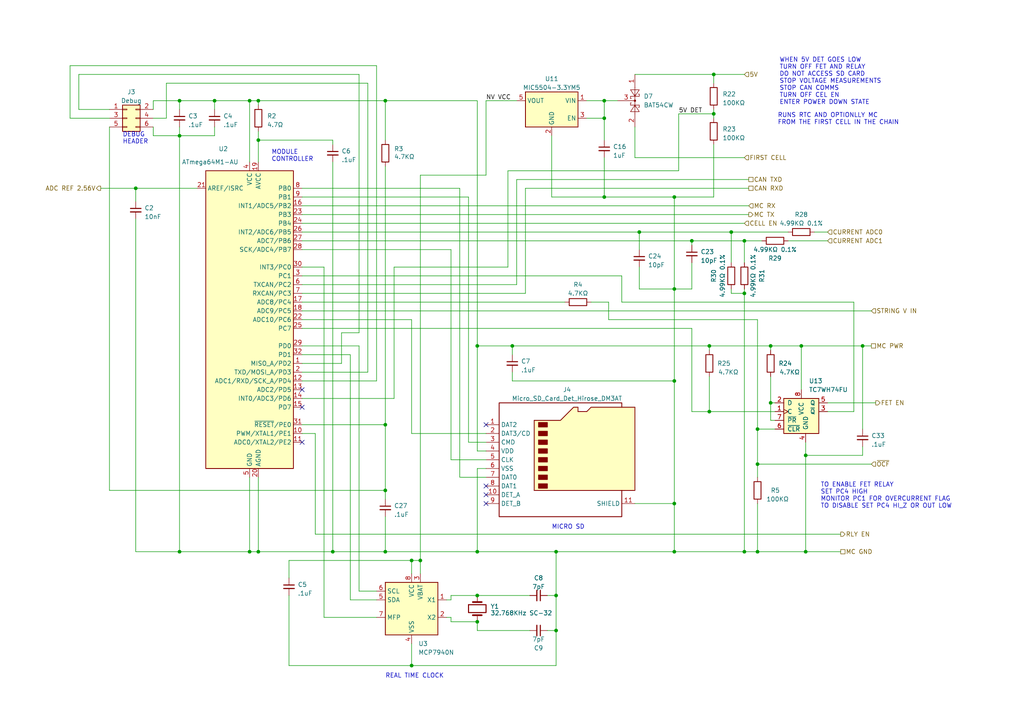
<source format=kicad_sch>
(kicad_sch (version 20250114) (generator "eeschema") (generator_version "9.0")
  (paper "A4")
  (title_block (title "9040315 Module Controller") (date "2024-04-15") (rev "E") (company "Modular Battery Technologies Inc."))
  (lib_symbols
    (symbol "Connector_Generic:Conn_02x03_Odd_Even" (pin_names (offset 1.016) (hide yes))
      (property "Reference" "J" (at 1.27 5.08 0))
      (property "Value" "Conn_02x03_Odd_Even" (at 1.27 -5.08 0))
      (symbol "Conn_02x03_Odd_Even_1_1"
        (rectangle (start -1.27 3.81) (end 3.81 -3.81) (stroke (width 0.254)) (fill (type background)))
        (rectangle (start -1.27 2.667) (end 0 2.413) (stroke (width 0.1524)))
        (rectangle (start -1.27 0.127) (end 0 -0.127) (stroke (width 0.1524)))
        (rectangle (start -1.27 -2.413) (end 0 -2.667) (stroke (width 0.1524)))
        (rectangle (start 3.81 2.667) (end 2.54 2.413) (stroke (width 0.1524)))
        (rectangle (start 3.81 0.127) (end 2.54 -0.127) (stroke (width 0.1524)))
        (rectangle (start 3.81 -2.413) (end 2.54 -2.667) (stroke (width 0.1524)))
        (pin passive line (at -5.08 2.54 0) (length 3.81) (name "Pin_1") (number "1"))
        (pin passive line (at -5.08 0 0) (length 3.81) (name "Pin_3") (number "3"))
        (pin passive line (at -5.08 -2.54 0) (length 3.81) (name "Pin_5") (number "5"))
        (pin passive line (at 7.62 2.54 180) (length 3.81) (name "Pin_2") (number "2"))
        (pin passive line (at 7.62 0 180) (length 3.81) (name "Pin_4") (number "4"))
        (pin passive line (at 7.62 -2.54 180) (length 3.81) (name "Pin_6") (number "6"))
      )
    )
    (symbol "Modbatt_Extracted:BAT54CW" (pin_names (offset 1.016))
      (property "Reference" "D" (at 0.635 -3.81 0))
      (property "Value" "BAT54CW" (at -6.35 3.175 0))
      (symbol "BAT54CW_0_1"
        (polyline (pts (xy -3.175 -1.27) (xy -3.175 1.27) (xy -1.27 0) (xy -3.175 -1.27)))
        (polyline (pts (xy -1.905 1.27) (xy -1.905 1.016)))
        (polyline (pts (xy -1.905 0) (xy 1.905 0)))
        (polyline (pts (xy -1.27 1.27) (xy -1.905 1.27)))
        (polyline (pts (xy -1.27 1.27) (xy -1.27 -1.27)))
        (polyline (pts (xy -1.27 0) (xy -3.81 0)))
        (polyline (pts (xy -1.27 -1.27) (xy -0.635 -1.27)))
        (polyline (pts (xy -0.635 -1.27) (xy -0.635 -1.016)))
        (circle (center 0 0) (radius 0.254) (fill (type outline)))
        (polyline (pts (xy 0.635 -1.27) (xy 0.635 -1.016)))
        (polyline (pts (xy 1.27 1.27) (xy 1.27 -1.27)))
        (polyline (pts (xy 1.27 1.27) (xy 1.905 1.27)))
        (polyline (pts (xy 1.27 -1.27) (xy 0.635 -1.27)))
        (polyline (pts (xy 1.905 1.27) (xy 1.905 1.016)))
        (polyline (pts (xy 3.175 -1.27) (xy 3.175 1.27) (xy 1.27 0) (xy 3.175 -1.27)))
        (polyline (pts (xy 3.81 0) (xy 1.27 0)))
      )
      (symbol "BAT54CW_1_1"
        (pin passive line (at -7.62 0 0) (length 3.81) (name "~") (number "1"))
        (pin passive line (at 0 -5.08 90) (length 5.08) (name "~") (number "3"))
        (pin passive line (at 7.62 0 180) (length 3.81) (name "~") (number "2"))
      )
    )
    (symbol "Modbatt_Extracted:C_Small" (pin_numbers (hide yes)) (pin_names (offset 0.254) (hide yes))
      (property "Reference" "C" (at 0.254 1.778 0))
      (property "Value" "C_Small" (at 0.254 -2.032 0))
      (symbol "C_Small_0_1"
        (polyline (pts (xy -1.524 0.508) (xy 1.524 0.508)) (stroke (width 0.3048)))
        (polyline (pts (xy -1.524 -0.508) (xy 1.524 -0.508)) (stroke (width 0.3302)))
      )
      (symbol "C_Small_1_1"
        (pin passive line (at 0 2.54 270) (length 2.032) (name "~") (number "1"))
        (pin passive line (at 0 -2.54 90) (length 2.032) (name "~") (number "2"))
      )
    )
    (symbol "Modbatt_Extracted:Crystal" (pin_numbers (hide yes)) (pin_names (offset 1.016) (hide yes))
      (property "Reference" "Y" (at 0 3.81 0))
      (property "Value" "Crystal" (at 0 -3.81 0))
      (symbol "Crystal_0_1"
        (polyline (pts (xy -2.54 0) (xy -1.905 0)))
        (polyline (pts (xy -1.905 -1.27) (xy -1.905 1.27)) (stroke (width 0.508)))
        (rectangle (start -1.143 2.54) (end 1.143 -2.54) (stroke (width 0.3048)))
        (polyline (pts (xy 1.905 -1.27) (xy 1.905 1.27)) (stroke (width 0.508)))
        (polyline (pts (xy 2.54 0) (xy 1.905 0)))
      )
      (symbol "Crystal_1_1"
        (pin passive line (at -3.81 0 0) (length 1.27) (name "1") (number "1"))
        (pin passive line (at 3.81 0 180) (length 1.27) (name "2") (number "2"))
      )
    )
    (symbol "Modbatt_Extracted:MIC5504-3.3YM5"
      (property "Reference" "U" (at -7.62 8.89 0))
      (property "Value" "MIC5504-3.3YM5" (at -7.62 6.35 0))
      (symbol "MIC5504-3.3YM5_0_1"
        (rectangle (start -7.62 -5.08) (end 7.62 5.08) (stroke (width 0.254)) (fill (type background)))
      )
      (symbol "MIC5504-3.3YM5_1_1"
        (pin power_in line (at -10.16 2.54 0) (length 2.54) (name "VIN") (number "1"))
        (pin input line (at -10.16 -2.54 0) (length 2.54) (name "EN") (number "3"))
        (pin power_in line (at 0 -7.62 90) (length 2.54) (name "GND") (number "2"))
        (pin no_connect line (at 7.62 -2.54 180) (length 2.54) (hide yes) (name "NC") (number "4"))
        (pin power_out line (at 10.16 2.54 180) (length 2.54) (name "VOUT") (number "5"))
      )
    )
    (symbol "Modbatt_Extracted:Micro_SD_Card_Det_Hirose_DM3AT"
      (property "Reference" "J" (at -16.51 17.78 0))
      (property "Value" "Micro_SD_Card_Det_Hirose_DM3AT" (at 16.51 17.78 0))
      (symbol "Micro_SD_Card_Det_Hirose_DM3AT_0_1"
        (polyline (pts (xy -8.89 -8.89) (xy -8.89 11.43) (xy -1.27 11.43) (xy 2.54 15.24) (xy 3.81 15.24) (xy 3.81 13.97) (xy 6.35 13.97) (xy 7.62 15.24) (xy 20.32 15.24) (xy 20.32 -8.89) (xy -8.89 -8.89)) (stroke (width 0.254)) (fill (type background)))
        (rectangle (start -7.62 10.795) (end -5.08 9.525) (stroke (width 0.254)) (fill (type outline)))
        (rectangle (start -7.62 8.255) (end -5.08 6.985) (stroke (width 0.254)) (fill (type outline)))
        (rectangle (start -7.62 5.715) (end -5.08 4.445) (stroke (width 0.254)) (fill (type outline)))
        (rectangle (start -7.62 3.175) (end -5.08 1.905) (stroke (width 0.254)) (fill (type outline)))
        (rectangle (start -7.62 0.635) (end -5.08 -0.635) (stroke (width 0.254)) (fill (type outline)))
        (rectangle (start -7.62 -1.905) (end -5.08 -3.175) (stroke (width 0.254)) (fill (type outline)))
        (rectangle (start -7.62 -4.445) (end -5.08 -5.715) (stroke (width 0.254)) (fill (type outline)))
        (rectangle (start -7.62 -6.985) (end -5.08 -8.255) (stroke (width 0.254)) (fill (type outline)))
        (polyline (pts (xy 16.51 15.24) (xy 16.51 16.51) (xy -19.05 16.51) (xy -19.05 -16.51) (xy 16.51 -16.51) (xy 16.51 -8.89)) (stroke (width 0.254)))
      )
      (symbol "Micro_SD_Card_Det_Hirose_DM3AT_1_1"
        (pin bidirectional line (at -22.86 10.16 0) (length 3.81) (name "DAT2") (number "1"))
        (pin bidirectional line (at -22.86 7.62 0) (length 3.81) (name "DAT3/CD") (number "2"))
        (pin input line (at -22.86 5.08 0) (length 3.81) (name "CMD") (number "3"))
        (pin power_in line (at -22.86 2.54 0) (length 3.81) (name "VDD") (number "4"))
        (pin input line (at -22.86 0 0) (length 3.81) (name "CLK") (number "5"))
        (pin power_in line (at -22.86 -2.54 0) (length 3.81) (name "VSS") (number "6"))
        (pin bidirectional line (at -22.86 -5.08 0) (length 3.81) (name "DAT0") (number "7"))
        (pin bidirectional line (at -22.86 -7.62 0) (length 3.81) (name "DAT1") (number "8"))
        (pin passive line (at -22.86 -10.16 0) (length 3.81) (name "DET_A") (number "10"))
        (pin passive line (at -22.86 -12.7 0) (length 3.81) (name "DET_B") (number "9"))
        (pin passive line (at 20.32 -12.7 180) (length 3.81) (name "SHIELD") (number "11"))
      )
    )
    (symbol "Modbatt_Extracted:R" (pin_numbers (hide yes)) (pin_names (offset 0))
      (property "Reference" "R" (at 2.032 0 90))
      (property "Value" "R" (at 0 0 90))
      (symbol "R_0_1"
        (rectangle (start -1.016 -2.54) (end 1.016 2.54) (stroke (width 0.254)))
      )
      (symbol "R_1_1"
        (pin passive line (at 0 3.81 270) (length 1.27) (name "~") (number "1"))
        (pin passive line (at 0 -3.81 90) (length 1.27) (name "~") (number "2"))
      )
    )
    (symbol "Modbatt_Library:ATmega64M1-A"
      (property "Reference" "U2" (at -7.62 49.53 0))
      (property "Value" "ATmega64M1-AU" (at -11.43 45.72 0))
      (symbol "ATmega64M1-A_0_1"
        (rectangle (start -12.7 43.18) (end 12.7 -43.18) (stroke (width 0.254)) (fill (type background)))
      )
      (symbol "ATmega64M1-A_1_1"
        (pin passive line (at -15.24 38.1 0) (length 2.54) (name "AREF/ISRC") (number "21"))
        (pin power_in line (at 0 45.72 270) (length 2.54) (name "VCC") (number "4"))
        (pin power_in line (at 0 -45.72 90) (length 2.54) (name "GND") (number "5"))
        (pin power_in line (at 2.54 45.72 270) (length 2.54) (name "AVCC") (number "19"))
        (pin power_in line (at 2.54 -45.72 90) (length 2.54) (name "AGND") (number "20"))
        (pin bidirectional line (at 15.24 38.1 180) (length 2.54) (name "PB0") (number "8"))
        (pin bidirectional line (at 15.24 35.56 180) (length 2.54) (name "PB1") (number "9"))
        (pin bidirectional line (at 15.24 33.02 180) (length 2.54) (name "INT1/ADC5/PB2") (number "16"))
        (pin bidirectional line (at 15.24 30.48 180) (length 2.54) (name "PB3") (number "23"))
        (pin bidirectional line (at 15.24 27.94 180) (length 2.54) (name "PB4") (number "24"))
        (pin bidirectional line (at 15.24 25.4 180) (length 2.54) (name "INT2/ADC6/PB5") (number "26"))
        (pin bidirectional line (at 15.24 22.86 180) (length 2.54) (name "ADC7/PB6") (number "27"))
        (pin bidirectional line (at 15.24 20.32 180) (length 2.54) (name "SCK/ADC4/PB7") (number "28"))
        (pin bidirectional line (at 15.24 15.24 180) (length 2.54) (name "INT3/PC0") (number "30"))
        (pin bidirectional line (at 15.24 12.7 180) (length 2.54) (name "PC1") (number "3"))
        (pin bidirectional line (at 15.24 10.16 180) (length 2.54) (name "TXCAN/PC2") (number "6"))
        (pin bidirectional line (at 15.24 7.62 180) (length 2.54) (name "RXCAN/PC3") (number "7"))
        (pin bidirectional line (at 15.24 5.08 180) (length 2.54) (name "ADC8/PC4") (number "17"))
        (pin bidirectional line (at 15.24 2.54 180) (length 2.54) (name "ADC9/PC5") (number "18"))
        (pin bidirectional line (at 15.24 0 180) (length 2.54) (name "ADC10/PC6") (number "22"))
        (pin bidirectional line (at 15.24 -2.54 180) (length 2.54) (name "PC7") (number "25"))
        (pin bidirectional line (at 15.24 -7.62 180) (length 2.54) (name "PD0") (number "29"))
        (pin bidirectional line (at 15.24 -10.16 180) (length 2.54) (name "PD1") (number "32"))
        (pin bidirectional line (at 15.24 -12.7 180) (length 2.54) (name "MISO_A/PD2") (number "1"))
        (pin bidirectional line (at 15.24 -15.24 180) (length 2.54) (name "TXD/MOSI_A/PD3") (number "2"))
        (pin bidirectional line (at 15.24 -17.78 180) (length 2.54) (name "ADC1/RXD/SCK_A/PD4") (number "12"))
        (pin bidirectional line (at 15.24 -20.32 180) (length 2.54) (name "ADC2/PD5") (number "13"))
        (pin bidirectional line (at 15.24 -22.86 180) (length 2.54) (name "INT0/ADC3/PD6") (number "14"))
        (pin bidirectional line (at 15.24 -25.4 180) (length 2.54) (name "PD7") (number "15"))
        (pin bidirectional line (at 15.24 -30.48 180) (length 2.54) (name "~{RESET}/PE0") (number "31"))
        (pin bidirectional line (at 15.24 -33.02 180) (length 2.54) (name "PWM/XTAL1/PE1") (number "10"))
        (pin bidirectional line (at 15.24 -35.56 180) (length 2.54) (name "ADC0/XTAL2/PE2") (number "11"))
      )
    )
    (symbol "Modbatt_Library:TC7WH74FU" (pin_names (offset 1.016))
      (property "Reference" "U13" (at 2.1941 10.16 0))
      (property "Value" "TC7WH74FU" (at 2.1941 7.62 0))
      (symbol "TC7WH74FU_1_0"
        (pin input line (at -7.62 3.81 0) (length 2.54) (name "D") (number "2"))
        (pin input clock (at -7.62 1.27 0) (length 2.54) (name "C") (number "1"))
        (pin input line (at -7.62 -1.27 0) (length 2.54) (name "~{PR}") (number "7"))
        (pin input line (at -7.62 -3.81 0) (length 2.54) (name "~{CLR}") (number "6"))
        (pin input line (at 0 7.62 270) (length 2.54) (name "VCC") (number "8"))
        (pin input line (at 1.27 -7.62 90) (length 2.54) (name "GND") (number "4"))
        (pin output line (at 7.62 3.81 180) (length 2.54) (name "Q") (number "5"))
        (pin output line (at 7.62 1.27 180) (length 2.54) (name "~{Q}") (number "3"))
      )
      (symbol "TC7WH74FU_1_1"
        (rectangle (start -5.08 5.08) (end 5.08 -5.08) (stroke (width 0.254)) (fill (type background)))
      )
    )
    (symbol "Timer_RTC:MCP7940N-xMS"
      (property "Reference" "U" (at -6.35 8.89 0))
      (property "Value" "MCP7940N-xMS" (at 11.43 8.89 0))
      (symbol "MCP7940N-xMS_0_1"
        (rectangle (start -7.62 7.62) (end 7.62 -7.62) (stroke (width 0.254)) (fill (type background)))
      )
      (symbol "MCP7940N-xMS_1_1"
        (pin input line (at -10.16 5.08 0) (length 2.54) (name "SCL") (number "6"))
        (pin bidirectional line (at -10.16 2.54 0) (length 2.54) (name "SDA") (number "5"))
        (pin open_collector line (at -10.16 -2.54 0) (length 2.54) (name "MFP") (number "7"))
        (pin power_in line (at 0 10.16 270) (length 2.54) (name "VCC") (number "8"))
        (pin power_in line (at 0 -10.16 90) (length 2.54) (name "VSS") (number "4"))
        (pin power_in line (at 2.54 10.16 270) (length 2.54) (name "VBAT") (number "3"))
        (pin input line (at 10.16 2.54 180) (length 2.54) (name "X1") (number "1"))
        (pin output line (at 10.16 -2.54 180) (length 2.54) (name "X2") (number "2"))
      )
    )
  )
  (text "MODULE\nCONTROLLER" (at 78.74 46.99 0) (effects (font (size 1.27 1.27)) (justify left bottom)))
  (text "RUNS RTC AND OPTIONLLY MC\nFROM THE FIRST CELL IN THE CHAIN" (at 225.552 36.322 0) (effects (font (size 1.27 1.27)) (justify left bottom)))
  (text "MICRO SD" (at 160.02 153.67 0) (effects (font (size 1.27 1.27)) (justify left bottom)))
  (text "DEBUG\nHEADER" (at 35.56 41.91 0) (effects (font (size 1.27 1.27)) (justify left bottom)))
  (text "REAL TIME CLOCK" (at 111.76 196.85 0) (effects (font (size 1.27 1.27)) (justify left bottom)))
  (text "TO ENABLE FET RELAY\nSET PC4 HIGH\nMONITOR PC1 FOR OVERCURRENT FLAG\nTO DISABLE SET PC4 HI_Z OR OUT LOW" (at 237.998 147.574 0) (effects (font (size 1.27 1.27)) (justify left bottom)))
  (text "WHEN 5V DET GOES LOW\nTURN OFF FET AND RELAY\nDO NOT ACCESS SD CARD\nSTOP VOLTAGE MEASUREMENTS\nSTOP CAN COMMS\nTURN OFF CEL EN\nENTER POWER DOWN STATE" (at 226.06 30.48 0) (effects (font (size 1.27 1.27)) (justify left bottom)))
  (junction (at 212.09 67.31))
  (junction (at 223.52 116.84))
  (junction (at 111.76 29.21))
  (junction (at 195.58 160.02))
  (junction (at 52.07 29.21))
  (junction (at 121.92 162.56))
  (junction (at 111.76 142.24))
  (junction (at 233.68 132.08))
  (junction (at 161.29 172.72))
  (junction (at 111.76 160.02))
  (junction (at 195.58 83.82))
  (junction (at 161.29 182.88))
  (junction (at 185.42 67.31))
  (junction (at 233.68 160.02))
  (junction (at 62.23 29.21))
  (junction (at 119.38 193.04))
  (junction (at 148.59 100.33))
  (junction (at 72.39 29.21))
  (junction (at 175.26 29.21))
  (junction (at 250.19 100.33))
  (junction (at 215.9 160.02))
  (junction (at 138.43 160.02))
  (junction (at 223.52 100.33))
  (junction (at 74.93 29.21))
  (junction (at 219.71 134.62))
  (junction (at 205.74 100.33))
  (junction (at 74.93 40.64))
  (junction (at 207.01 21.59))
  (junction (at 74.93 160.02))
  (junction (at 72.39 160.02))
  (junction (at 161.29 160.02))
  (junction (at 200.66 69.85))
  (junction (at 219.71 124.46))
  (junction (at 52.07 39.37))
  (junction (at 219.71 160.02))
  (junction (at 39.37 54.61))
  (junction (at 138.43 172.72))
  (junction (at 119.38 162.56))
  (junction (at 96.52 160.02))
  (junction (at 195.58 57.15))
  (junction (at 175.26 57.15))
  (junction (at 138.43 100.33))
  (junction (at 195.58 146.05))
  (junction (at 175.26 34.29))
  (junction (at 195.58 110.49))
  (junction (at 52.07 160.02))
  (junction (at 207.01 33.02))
  (junction (at 215.9 69.85))
  (junction (at 215.9 85.09))
  (junction (at 205.74 119.38))
  (junction (at 138.43 180.34))
  (junction (at 111.76 123.19))
  (junction (at 232.41 100.33))
  (no_connect (at 140.97 123.19))
  (no_connect (at 87.63 128.27))
  (no_connect (at 140.97 140.97))
  (no_connect (at 87.63 113.03))
  (no_connect (at 140.97 143.51))
  (no_connect (at 140.97 146.05))
  (no_connect (at 87.63 118.11))
  (wire (pts (xy 52.07 36.83) (xy 52.07 39.37)))
  (wire (pts (xy 184.15 45.72) (xy 215.9 45.72)))
  (wire (pts (xy 219.71 124.46) (xy 219.71 134.62)))
  (wire (pts (xy 114.3 77.47) (xy 114.3 115.57)))
  (wire (pts (xy 72.39 29.21) (xy 74.93 29.21)))
  (wire (pts (xy 111.76 142.24) (xy 31.75 142.24)))
  (wire (pts (xy 223.52 109.22) (xy 223.52 116.84)))
  (wire (pts (xy 87.63 57.15) (xy 135.89 57.15)))
  (wire (pts (xy 39.37 63.5) (xy 39.37 160.02)))
  (wire (pts (xy 219.71 124.46) (xy 224.79 124.46)))
  (wire (pts (xy 176.53 92.71) (xy 176.53 87.63)))
  (wire (pts (xy 180.34 87.63) (xy 247.65 87.63)))
  (wire (pts (xy 87.63 64.77) (xy 215.9 64.77)))
  (wire (pts (xy 96.52 160.02) (xy 111.76 160.02)))
  (wire (pts (xy 236.22 67.31) (xy 240.03 67.31)))
  (wire (pts (xy 133.35 138.43) (xy 140.97 138.43)))
  (wire (pts (xy 119.38 92.71) (xy 119.38 125.73)))
  (wire (pts (xy 196.85 33.02) (xy 196.85 49.53)))
  (wire (pts (xy 87.63 72.39) (xy 130.81 72.39)))
  (wire (pts (xy 205.74 109.22) (xy 205.74 119.38)))
  (wire (pts (xy 195.58 83.82) (xy 195.58 110.49)))
  (wire (pts (xy 44.45 36.83) (xy 44.45 39.37)))
  (wire (pts (xy 195.58 110.49) (xy 195.58 146.05)))
  (wire (pts (xy 130.81 133.35) (xy 140.97 133.35)))
  (wire (pts (xy 215.9 85.09) (xy 212.09 85.09)))
  (wire (pts (xy 111.76 123.19) (xy 111.76 142.24)))
  (wire (pts (xy 87.63 59.69) (xy 217.17 59.69)))
  (wire (pts (xy 200.66 95.25) (xy 200.66 119.38)))
  (wire (pts (xy 140.97 130.81) (xy 138.43 130.81)))
  (wire (pts (xy 93.98 77.47) (xy 87.63 77.47)))
  (wire (pts (xy 205.74 100.33) (xy 223.52 100.33)))
  (wire (pts (xy 135.89 57.15) (xy 135.89 128.27)))
  (wire (pts (xy 215.9 69.85) (xy 220.98 69.85)))
  (wire (pts (xy 138.43 182.88) (xy 153.67 182.88)))
  (wire (pts (xy 87.63 87.63) (xy 163.83 87.63)))
  (wire (pts (xy 87.63 82.55) (xy 149.86 82.55)))
  (wire (pts (xy 233.68 128.27) (xy 233.68 132.08)))
  (wire (pts (xy 184.15 45.72) (xy 184.15 36.83)))
  (wire (pts (xy 62.23 39.37) (xy 52.07 39.37)))
  (wire (pts (xy 99.06 96.52) (xy 99.06 105.41)))
  (wire (pts (xy 104.14 21.59) (xy 104.14 96.52)))
  (wire (pts (xy 215.9 69.85) (xy 215.9 76.2)))
  (wire (pts (xy 48.26 34.29) (xy 44.45 34.29)))
  (wire (pts (xy 62.23 29.21) (xy 72.39 29.21)))
  (wire (pts (xy 104.14 171.45) (xy 104.14 100.33)))
  (wire (pts (xy 111.76 142.24) (xy 111.76 144.78)))
  (wire (pts (xy 212.09 76.2) (xy 212.09 67.31)))
  (wire (pts (xy 106.68 24.13) (xy 48.26 24.13)))
  (wire (pts (xy 200.66 119.38) (xy 205.74 119.38)))
  (wire (pts (xy 148.59 100.33) (xy 205.74 100.33)))
  (wire (pts (xy 212.09 85.09) (xy 212.09 83.82)))
  (wire (pts (xy 138.43 135.89) (xy 138.43 160.02)))
  (wire (pts (xy 109.22 173.99) (xy 101.6 173.99)))
  (wire (pts (xy 243.84 160.02) (xy 233.68 160.02)))
  (wire (pts (xy 207.01 41.91) (xy 207.01 57.15)))
  (wire (pts (xy 233.68 132.08) (xy 233.68 160.02)))
  (wire (pts (xy 121.92 50.8) (xy 140.97 50.8)))
  (wire (pts (xy 101.6 173.99) (xy 101.6 102.87)))
  (wire (pts (xy 133.35 54.61) (xy 133.35 138.43)))
  (wire (pts (xy 52.07 39.37) (xy 52.07 160.02)))
  (wire (pts (xy 196.85 49.53) (xy 147.32 49.53)))
  (wire (pts (xy 44.45 29.21) (xy 52.07 29.21)))
  (wire (pts (xy 87.63 107.95) (xy 106.68 107.95)))
  (wire (pts (xy 119.38 186.69) (xy 119.38 193.04)))
  (wire (pts (xy 195.58 57.15) (xy 195.58 83.82)))
  (wire (pts (xy 62.23 29.21) (xy 62.23 31.75)))
  (wire (pts (xy 22.86 21.59) (xy 22.86 31.75)))
  (wire (pts (xy 175.26 45.72) (xy 175.26 57.15)))
  (wire (pts (xy 224.79 121.92) (xy 223.52 121.92)))
  (wire (pts (xy 184.15 146.05) (xy 195.58 146.05)))
  (wire (pts (xy 195.58 160.02) (xy 161.29 160.02)))
  (wire (pts (xy 184.15 21.59) (xy 207.01 21.59)))
  (wire (pts (xy 185.42 83.82) (xy 195.58 83.82)))
  (wire (pts (xy 83.82 193.04) (xy 83.82 172.72)))
  (wire (pts (xy 106.68 24.13) (xy 106.68 107.95)))
  (wire (pts (xy 207.01 33.02) (xy 207.01 34.29)))
  (wire (pts (xy 161.29 182.88) (xy 158.75 182.88)))
  (wire (pts (xy 87.63 69.85) (xy 200.66 69.85)))
  (wire (pts (xy 215.9 85.09) (xy 215.9 160.02)))
  (wire (pts (xy 160.02 39.37) (xy 160.02 57.15)))
  (wire (pts (xy 52.07 29.21) (xy 62.23 29.21)))
  (wire (pts (xy 148.59 102.87) (xy 148.59 100.33)))
  (wire (pts (xy 175.26 29.21) (xy 179.07 29.21)))
  (wire (pts (xy 175.26 57.15) (xy 195.58 57.15)))
  (wire (pts (xy 207.01 21.59) (xy 207.01 24.13)))
  (wire (pts (xy 200.66 69.85) (xy 200.66 71.12)))
  (wire (pts (xy 72.39 160.02) (xy 72.39 138.43)))
  (wire (pts (xy 119.38 193.04) (xy 83.82 193.04)))
  (wire (pts (xy 129.54 179.07) (xy 130.81 179.07)))
  (wire (pts (xy 232.41 100.33) (xy 232.41 113.03)))
  (wire (pts (xy 233.68 160.02) (xy 219.71 160.02)))
  (wire (pts (xy 200.66 83.82) (xy 195.58 83.82)))
  (wire (pts (xy 109.22 179.07) (xy 93.98 179.07)))
  (wire (pts (xy 119.38 125.73) (xy 140.97 125.73)))
  (wire (pts (xy 20.32 19.05) (xy 20.32 34.29)))
  (wire (pts (xy 180.34 80.01) (xy 180.34 87.63)))
  (wire (pts (xy 175.26 34.29) (xy 175.26 40.64)))
  (wire (pts (xy 148.59 110.49) (xy 195.58 110.49)))
  (wire (pts (xy 170.18 29.21) (xy 175.26 29.21)))
  (wire (pts (xy 195.58 160.02) (xy 215.9 160.02)))
  (wire (pts (xy 215.9 83.82) (xy 215.9 85.09)))
  (wire (pts (xy 219.71 160.02) (xy 215.9 160.02)))
  (wire (pts (xy 87.63 54.61) (xy 133.35 54.61)))
  (wire (pts (xy 140.97 29.21) (xy 149.86 29.21)))
  (wire (pts (xy 130.81 172.72) (xy 138.43 172.72)))
  (wire (pts (xy 52.07 31.75) (xy 52.07 29.21)))
  (wire (pts (xy 74.93 138.43) (xy 74.93 160.02)))
  (wire (pts (xy 121.92 166.37) (xy 121.92 162.56)))
  (wire (pts (xy 161.29 160.02) (xy 138.43 160.02)))
  (wire (pts (xy 152.4 85.09) (xy 87.63 85.09)))
  (wire (pts (xy 175.26 29.21) (xy 175.26 34.29)))
  (wire (pts (xy 219.71 92.71) (xy 219.71 124.46)))
  (wire (pts (xy 22.86 31.75) (xy 31.75 31.75)))
  (wire (pts (xy 83.82 162.56) (xy 119.38 162.56)))
  (wire (pts (xy 185.42 77.47) (xy 185.42 83.82)))
  (wire (pts (xy 121.92 162.56) (xy 119.38 162.56)))
  (wire (pts (xy 109.22 19.05) (xy 109.22 110.49)))
  (wire (pts (xy 148.59 107.95) (xy 148.59 110.49)))
  (wire (pts (xy 219.71 134.62) (xy 219.71 138.43)))
  (wire (pts (xy 130.81 173.99) (xy 130.81 172.72)))
  (wire (pts (xy 101.6 102.87) (xy 87.63 102.87)))
  (wire (pts (xy 114.3 115.57) (xy 87.63 115.57)))
  (wire (pts (xy 111.76 29.21) (xy 138.43 29.21)))
  (wire (pts (xy 149.86 82.55) (xy 149.86 52.07)))
  (wire (pts (xy 147.32 49.53) (xy 147.32 77.47)))
  (wire (pts (xy 207.01 33.02) (xy 196.85 33.02)))
  (wire (pts (xy 44.45 39.37) (xy 52.07 39.37)))
  (wire (pts (xy 29.21 54.61) (xy 39.37 54.61)))
  (wire (pts (xy 138.43 130.81) (xy 138.43 100.33)))
  (wire (pts (xy 205.74 100.33) (xy 205.74 101.6)))
  (wire (pts (xy 111.76 48.26) (xy 111.76 123.19)))
  (wire (pts (xy 250.19 100.33) (xy 252.73 100.33)))
  (wire (pts (xy 87.63 67.31) (xy 185.42 67.31)))
  (wire (pts (xy 240.03 116.84) (xy 254 116.84)))
  (wire (pts (xy 74.93 29.21) (xy 74.93 30.48)))
  (wire (pts (xy 104.14 100.33) (xy 87.63 100.33)))
  (wire (pts (xy 149.86 52.07) (xy 217.17 52.07)))
  (wire (pts (xy 96.52 40.64) (xy 74.93 40.64)))
  (wire (pts (xy 232.41 100.33) (xy 250.19 100.33)))
  (wire (pts (xy 185.42 67.31) (xy 185.42 72.39)))
  (wire (pts (xy 223.52 100.33) (xy 223.52 101.6)))
  (wire (pts (xy 200.66 69.85) (xy 215.9 69.85)))
  (wire (pts (xy 247.65 119.38) (xy 240.03 119.38)))
  (wire (pts (xy 207.01 57.15) (xy 195.58 57.15)))
  (wire (pts (xy 158.75 172.72) (xy 161.29 172.72)))
  (wire (pts (xy 72.39 29.21) (xy 72.39 46.99)))
  (wire (pts (xy 200.66 76.2) (xy 200.66 83.82)))
  (wire (pts (xy 247.65 87.63) (xy 247.65 119.38)))
  (wire (pts (xy 119.38 193.04) (xy 161.29 193.04)))
  (wire (pts (xy 170.18 34.29) (xy 175.26 34.29)))
  (wire (pts (xy 138.43 180.34) (xy 138.43 182.88)))
  (wire (pts (xy 91.44 154.94) (xy 91.44 125.73)))
  (wire (pts (xy 223.52 100.33) (xy 232.41 100.33)))
  (wire (pts (xy 109.22 171.45) (xy 104.14 171.45)))
  (wire (pts (xy 111.76 160.02) (xy 138.43 160.02)))
  (wire (pts (xy 121.92 50.8) (xy 121.92 162.56)))
  (wire (pts (xy 39.37 54.61) (xy 39.37 58.42)))
  (wire (pts (xy 74.93 40.64) (xy 74.93 46.99)))
  (wire (pts (xy 99.06 105.41) (xy 87.63 105.41)))
  (wire (pts (xy 87.63 95.25) (xy 200.66 95.25)))
  (wire (pts (xy 250.19 129.54) (xy 250.19 132.08)))
  (wire (pts (xy 52.07 160.02) (xy 72.39 160.02)))
  (wire (pts (xy 252.73 134.62) (xy 219.71 134.62)))
  (wire (pts (xy 93.98 179.07) (xy 93.98 77.47)))
  (wire (pts (xy 104.14 21.59) (xy 22.86 21.59)))
  (wire (pts (xy 62.23 36.83) (xy 62.23 39.37)))
  (wire (pts (xy 130.81 180.34) (xy 138.43 180.34)))
  (wire (pts (xy 129.54 173.99) (xy 130.81 173.99)))
  (wire (pts (xy 185.42 67.31) (xy 212.09 67.31)))
  (wire (pts (xy 223.52 116.84) (xy 224.79 116.84)))
  (wire (pts (xy 161.29 193.04) (xy 161.29 182.88)))
  (wire (pts (xy 219.71 146.05) (xy 219.71 160.02)))
  (wire (pts (xy 83.82 167.64) (xy 83.82 162.56)))
  (wire (pts (xy 147.32 77.47) (xy 114.3 77.47)))
  (wire (pts (xy 31.75 142.24) (xy 31.75 36.83)))
  (wire (pts (xy 138.43 172.72) (xy 153.67 172.72)))
  (wire (pts (xy 109.22 19.05) (xy 20.32 19.05)))
  (wire (pts (xy 223.52 121.92) (xy 223.52 116.84)))
  (wire (pts (xy 228.6 69.85) (xy 240.03 69.85)))
  (wire (pts (xy 130.81 72.39) (xy 130.81 133.35)))
  (wire (pts (xy 176.53 92.71) (xy 219.71 92.71)))
  (wire (pts (xy 148.59 100.33) (xy 138.43 100.33)))
  (wire (pts (xy 119.38 162.56) (xy 119.38 166.37)))
  (wire (pts (xy 72.39 160.02) (xy 74.93 160.02)))
  (wire (pts (xy 243.84 154.94) (xy 91.44 154.94)))
  (wire (pts (xy 87.63 62.23) (xy 217.17 62.23)))
  (wire (pts (xy 87.63 110.49) (xy 109.22 110.49)))
  (wire (pts (xy 74.93 29.21) (xy 111.76 29.21)))
  (wire (pts (xy 152.4 54.61) (xy 152.4 85.09)))
  (wire (pts (xy 138.43 100.33) (xy 138.43 29.21)))
  (wire (pts (xy 195.58 146.05) (xy 195.58 160.02)))
  (wire (pts (xy 74.93 160.02) (xy 96.52 160.02)))
  (wire (pts (xy 74.93 38.1) (xy 74.93 40.64)))
  (wire (pts (xy 20.32 34.29) (xy 31.75 34.29)))
  (wire (pts (xy 87.63 80.01) (xy 180.34 80.01)))
  (wire (pts (xy 250.19 100.33) (xy 250.19 124.46)))
  (wire (pts (xy 87.63 92.71) (xy 119.38 92.71)))
  (wire (pts (xy 140.97 135.89) (xy 138.43 135.89)))
  (wire (pts (xy 161.29 172.72) (xy 161.29 182.88)))
  (wire (pts (xy 104.14 96.52) (xy 99.06 96.52)))
  (wire (pts (xy 171.45 87.63) (xy 176.53 87.63)))
  (wire (pts (xy 160.02 57.15) (xy 175.26 57.15)))
  (wire (pts (xy 96.52 41.91) (xy 96.52 40.64)))
  (wire (pts (xy 111.76 149.86) (xy 111.76 160.02)))
  (wire (pts (xy 87.63 123.19) (xy 111.76 123.19)))
  (wire (pts (xy 152.4 54.61) (xy 217.17 54.61)))
  (wire (pts (xy 96.52 46.99) (xy 96.52 160.02)))
  (wire (pts (xy 140.97 29.21) (xy 140.97 50.8)))
  (wire (pts (xy 111.76 29.21) (xy 111.76 40.64)))
  (wire (pts (xy 207.01 21.59) (xy 215.9 21.59)))
  (wire (pts (xy 161.29 160.02) (xy 161.29 172.72)))
  (wire (pts (xy 44.45 31.75) (xy 44.45 29.21)))
  (wire (pts (xy 212.09 67.31) (xy 228.6 67.31)))
  (wire (pts (xy 87.63 90.17) (xy 252.73 90.17)))
  (wire (pts (xy 48.26 24.13) (xy 48.26 34.29)))
  (wire (pts (xy 135.89 128.27) (xy 140.97 128.27)))
  (wire (pts (xy 39.37 160.02) (xy 52.07 160.02)))
  (wire (pts (xy 207.01 31.75) (xy 207.01 33.02)))
  (wire (pts (xy 130.81 179.07) (xy 130.81 180.34)))
  (wire (pts (xy 205.74 119.38) (xy 224.79 119.38)))
  (wire (pts (xy 250.19 132.08) (xy 233.68 132.08)))
  (wire (pts (xy 91.44 125.73) (xy 87.63 125.73)))
  (wire (pts (xy 39.37 54.61) (xy 57.15 54.61)))
  (label "5V DET" (at 196.85 33.02 0))
  (label "NV VCC" (at 140.97 29.21 0))
  (hierarchical_label "CAN RXD" (shape passive) (at 217.17 54.61 0))
  (hierarchical_label "MC TX" (shape output) (at 217.17 62.23 0))
  (hierarchical_label "MC GND" (shape passive) (at 243.84 160.02 0))
  (hierarchical_label "CURRENT ADC1" (shape input) (at 240.03 69.85 0))
  (hierarchical_label "5V" (shape input) (at 215.9 21.59 0))
  (hierarchical_label "MC PWR" (shape passive) (at 252.73 100.33 0))
  (hierarchical_label "CAN TXD" (shape passive) (at 217.17 52.07 0))
  (hierarchical_label "~{OCF}" (shape input) (at 252.73 134.62 0))
  (hierarchical_label "MC RX" (shape input) (at 217.17 59.69 0))
  (hierarchical_label "ADC REF 2.56V" (shape output) (at 29.21 54.61 180))
  (hierarchical_label "FET EN" (shape output) (at 254 116.84 0))
  (hierarchical_label "STRING V IN" (shape input) (at 252.73 90.17 0))
  (hierarchical_label "FIRST CELL" (shape input) (at 215.9 45.72 0))
  (hierarchical_label "CURRENT ADC0" (shape input) (at 240.03 67.31 0))
  (hierarchical_label "CELL EN" (shape input) (at 215.9 64.77 0))
  (hierarchical_label "RLY EN" (shape output) (at 243.84 154.94 0))
  (symbol (lib_id "Modbatt_Extracted:C_Small") (at 83.82 170.18 0) (unit 1)
    (property "Reference" "C5" (at 86.36 169.5513 0) (effects (justify left)))
    (property "Value" ".1uF" (at 86.36 172.0913 0) (effects (justify left)))
    (property "Footprint" "Capacitor_SMD:C_0402_1005Metric_Pad0.74x0.62mm_HandSolder" (effects (hide yes)))
    (instances (project "module controller" (path "" (reference "C5") (unit 1))) (project "VEHICLE ARCHITECTURE" (path "" (reference "C4") (unit 1)) (path "" (reference "C14") (unit 1))))
  )
  (symbol (lib_id "Modbatt_Extracted:C_Small") (at 96.52 44.45 0) (unit 1)
    (property "Reference" "C6" (at 99.06 43.8213 0) (effects (justify left)))
    (property "Value" ".1uF" (at 99.06 46.3613 0) (effects (justify left)))
    (property "Footprint" "Capacitor_SMD:C_0402_1005Metric_Pad0.74x0.62mm_HandSolder" (effects (hide yes)))
    (instances (project "module controller" (path "" (reference "C6") (unit 1))) (project "VEHICLE ARCHITECTURE" (path "" (reference "C5") (unit 1)) (path "" (reference "C15") (unit 1))))
  )
  (symbol (lib_id "Modbatt_Extracted:MIC5504-3.3YM5") (at 160.02 31.75 0) (mirror y) (unit 1)
    (property "Reference" "U11" (at 160.02 22.86 0))
    (property "Value" "MIC5504-3.3YM5" (at 160.02 25.4 0))
    (property "Footprint" "Package_TO_SOT_SMD:SOT-23-5" (effects (hide yes)))
    (property "Datasheet" "http://ww1.microchip.com/downloads/en/DeviceDoc/MIC550X.pdf" (effects (hide yes)))
    (property "Description" "LDO Voltage Regulators Single 300mA" (effects (hide yes)))
    (property "MB P/N" "9042100" (effects (hide yes)))
    (property "Manufacturer_Name" "Microchip Technology" (effects (hide yes)))
    (property "Manufacturer_Part_Number" "MIC5504-3.3YM5" (effects (hide yes)))
    (instances (project "module controller" (path "" (reference "U11") (unit 1))) (project "VEHICLE ARCHITECTURE" (path "" (reference "U3") (unit 1)) (path "" (reference "U14") (unit 1))))
  )
  (symbol (lib_id "Modbatt_Extracted:C_Small") (at 200.66 73.66 0) (unit 1)
    (property "Reference" "C23" (at 203.2 73.0313 0) (effects (justify left)))
    (property "Value" "10pF" (at 203.2 75.5713 0) (effects (justify left)))
    (property "Footprint" "Capacitor_SMD:C_0402_1005Metric_Pad0.74x0.62mm_HandSolder" (effects (hide yes)))
  )
  (symbol (lib_id "Modbatt_Extracted:R") (at 205.74 105.41 0) (unit 1)
    (property "Reference" "R25" (at 208.026 105.41 0) (effects (justify left)))
    (property "Value" "4.7KΩ" (at 208.28 107.95 0) (effects (justify left)))
    (property "Footprint" "Resistor_SMD:R_0402_1005Metric_Pad0.72x0.64mm_HandSolder" (effects (hide yes)))
    (property "Description" "RES 0402 4.7K OHM 62.5mW 1%" (effects (hide yes)))
    (property "MB P/N" "9042110" (effects (hide yes)))
    (property "Manufacturer_Name" "YAGEO" (effects (hide yes)))
    (property "Manufacturer_Part_Number" "AC0402FR-134K7L " (effects (hide yes)))
  )
  (symbol (lib_id "Modbatt_Extracted:C_Small") (at 156.21 182.88 270) (mirror x) (unit 1)
    (property "Reference" "C9" (at 156.2036 187.96 90))
    (property "Value" "7pF" (at 156.2036 185.42 90))
    (property "Footprint" "Capacitor_SMD:C_0402_1005Metric_Pad0.74x0.62mm_HandSolder" (effects (hide yes)))
    (property "MB P/N" "9042054" (effects (hide yes)))
    (instances (project "module controller" (path "" (reference "C9") (unit 1))) (project "VEHICLE ARCHITECTURE" (path "" (reference "C8") (unit 1)) (path "" (reference "C18") (unit 1))))
  )
  (symbol (lib_id "Modbatt_Extracted:C_Small") (at 52.07 34.29 0) (unit 1)
    (property "Reference" "C3" (at 54.61 33.6613 0) (effects (justify left)))
    (property "Value" ".1uF" (at 54.61 36.2013 0) (effects (justify left)))
    (property "Footprint" "Capacitor_SMD:C_0402_1005Metric_Pad0.74x0.62mm_HandSolder" (effects (hide yes)))
    (instances (project "module controller" (path "" (reference "C3") (unit 1))) (project "VEHICLE ARCHITECTURE" (path "" (reference "C2") (unit 1)) (path "" (reference "C12") (unit 1))))
  )
  (symbol (lib_id "Modbatt_Extracted:C_Small") (at 250.19 127 0) (unit 1)
    (property "Reference" "C33" (at 252.73 126.3713 0) (effects (justify left)))
    (property "Value" ".1uF" (at 252.73 128.9113 0) (effects (justify left)))
    (property "Footprint" "Capacitor_SMD:C_0402_1005Metric_Pad0.74x0.62mm_HandSolder" (effects (hide yes)))
  )
  (symbol (lib_id "Modbatt_Library:ATmega64M1-A") (at 72.39 92.71 0) (unit 1)
    (property "Reference" "U2" (at 64.77 43.18 0))
    (property "Value" "ATmega64M1-AU" (at 60.96 46.99 0))
    (property "Footprint" "modbatt footprints:TQFP-32_7x7mm_P0.8mm" (effects (hide yes)))
    (property "Datasheet" "http://ww1.microchip.com/downloads/en/DeviceDoc/Atmel-8209-8-bit%20AVR%20ATmega16M1-32M1-64M1_Datasheet.pdf" (effects (hide yes)))
    (property "Description" "8-bit Microcontrollers - MCU 16 MHz, 85DEG" (effects (hide yes)))
    (property "MB P/N" "9042027" (effects (hide yes)))
    (property "Manufacturer_Name" "  Microchip Technology" (effects (hide yes)))
    (property "Manufacturer_Part_Number" "ATmega64M1-AU" (effects (hide yes)))
    (instances (project "module controller" (path "" (reference "U2") (unit 1))) (project "VEHICLE ARCHITECTURE" (path "" (reference "U1") (unit 1)) (path "" (reference "U12") (unit 1))))
  )
  (symbol (lib_id "Modbatt_Extracted:R") (at 74.93 34.29 0) (unit 1)
    (property "Reference" "R2" (at 77.47 33.655 0) (effects (justify left)))
    (property "Value" "4.7Ω" (at 77.47 36.195 0) (effects (justify left)))
    (property "Footprint" "Resistor_SMD:R_0402_1005Metric_Pad0.72x0.64mm_HandSolder" (effects (hide yes)))
    (property "Description" "RES 0402 4.7OHM 1/16W 5%" (effects (hide yes)))
    (property "MB P/N" "9042031" (effects (hide yes)))
    (property "Manufacturer_Name" "TE Connectivity" (effects (hide yes)))
    (property "Manufacturer_Part_Number" "CRGCQ0402J4R7" (effects (hide yes)))
    (instances (project "module controller" (path "" (reference "R2") (unit 1))) (project "VEHICLE ARCHITECTURE" (path "" (reference "R1") (unit 1)) (path "" (reference "R30") (unit 1))))
  )
  (symbol (lib_id "Modbatt_Extracted:Crystal") (at 138.43 176.53 90) (unit 1)
    (property "Reference" "Y1" (at 142.24 175.895 90) (effects (justify right)))
    (property "Value" "32.768KHz SC-32" (at 142.24 177.8 90) (effects (justify right)))
    (property "Footprint" "Crystal:Crystal_SMD_3215-2Pin_3.2x1.5mm" (effects (hide yes)))
    (property "Description" "Crystals 32.768kHz 7pF +/-20PPM" (effects (hide yes)))
    (property "MB P/N" "9042006" (effects (hide yes)))
    (property "Manufacturer_Name" "Seiko Semiconductors " (effects (hide yes)))
    (property "Manufacturer_Part_Number" "SC32S-7PF20PPM" (effects (hide yes)))
    (instances (project "module controller" (path "" (reference "Y1") (unit 1))) (project "VEHICLE ARCHITECTURE" (path "" (reference "Y1") (unit 1)) (path "" (reference "Y2") (unit 1))))
  )
  (symbol (lib_id "Modbatt_Extracted:C_Small") (at 185.42 74.93 0) (unit 1)
    (property "Reference" "C24" (at 187.96 74.3013 0) (effects (justify left)))
    (property "Value" "10pF" (at 187.96 76.8413 0) (effects (justify left)))
    (property "Footprint" "Capacitor_SMD:C_0402_1005Metric_Pad0.74x0.62mm_HandSolder" (effects (hide yes)))
  )
  (symbol (lib_id "Modbatt_Extracted:R") (at 111.76 44.45 0) (unit 1)
    (property "Reference" "R3" (at 114.3 43.1799 0) (effects (justify left)))
    (property "Value" "4.7KΩ" (at 114.3 45.466 0) (effects (justify left)))
    (property "Footprint" "Resistor_SMD:R_0402_1005Metric_Pad0.72x0.64mm_HandSolder" (effects (hide yes)))
    (property "Description" "RES 0402 4.7K OHM 62.5mW 1%" (effects (hide yes)))
    (property "MB P/N" "9042110" (effects (hide yes)))
    (property "Manufacturer_Name" "YAGEO" (effects (hide yes)))
    (property "Manufacturer_Part_Number" "AC0402FR-134K7L " (effects (hide yes)))
    (instances (project "module controller" (path "" (reference "R3") (unit 1))) (project "VEHICLE ARCHITECTURE" (path "" (reference "R19") (unit 1)) (path "" (reference "R31") (unit 1))))
  )
  (symbol (lib_id "Modbatt_Extracted:R") (at 215.9 80.01 0) (mirror x) (unit 1)
    (property "Reference" "R31" (at 220.98 80.01 90))
    (property "Value" "4.99KΩ 0.1%" (at 218.44 80.01 90))
    (property "Footprint" "Resistor_SMD:R_0402_1005Metric_Pad0.72x0.64mm_HandSolder" (effects (hide yes)))
    (property "Description" "RES 0402 4.99KOHM 0.1% 1/16W" (effects (hide yes)))
    (property "MB P/N" "9042081" (effects (hide yes)))
    (property "Manufacturer_Name" "YAGEO " (effects (hide yes)))
    (property "Manufacturer_Part_Number" "RT0402BRE074K99L" (effects (hide yes)))
    (instances (project "module controller" (path "" (reference "R31") (unit 1))) (project "VEHICLE ARCHITECTURE" (path "" (reference "R20") (unit 1)) (path "" (reference "R33") (unit 1))))
  )
  (symbol (lib_id "Modbatt_Extracted:C_Small") (at 39.37 60.96 0) (unit 1)
    (property "Reference" "C2" (at 41.91 60.3313 0) (effects (justify left)))
    (property "Value" "10nF" (at 41.91 62.8713 0) (effects (justify left)))
    (property "Footprint" "Capacitor_SMD:C_0402_1005Metric_Pad0.74x0.62mm_HandSolder" (effects (hide yes)))
    (instances (project "module controller" (path "" (reference "C2") (unit 1))) (project "VEHICLE ARCHITECTURE" (path "" (reference "C1") (unit 1)) (path "" (reference "C11") (unit 1))))
  )
  (symbol (lib_id "Modbatt_Extracted:R") (at 219.71 142.24 0) (unit 1)
    (property "Reference" "R5" (at 223.52 142.24 0) (effects (justify left)))
    (property "Value" "100KΩ" (at 222.25 144.78 0) (effects (justify left)))
    (property "Footprint" "Resistor_SMD:R_0402_1005Metric_Pad0.72x0.64mm_HandSolder" (effects (hide yes)))
    (property "Description" "RES 0402 100K OHM 1/16W 5%" (effects (hide yes)))
    (property "MB P/N" "9042003" (effects (hide yes)))
    (property "Manufacturer_Name" "TE Connectivity" (effects (hide yes)))
    (property "Manufacturer_Part_Number" "CRG0402J100K/10" (effects (hide yes)))
    (instances (project "module controller" (path "" (reference "R5") (unit 1))) (project "VEHICLE ARCHITECTURE" (path "" (reference "R21") (unit 1)) (path "" (reference "R34") (unit 1))))
  )
  (symbol (lib_id "Modbatt_Extracted:R") (at 207.01 38.1 0) (unit 1)
    (property "Reference" "R23" (at 209.55 37.465 0) (effects (justify left)))
    (property "Value" "100KΩ" (at 209.55 40.005 0) (effects (justify left)))
    (property "Footprint" "Resistor_SMD:R_0402_1005Metric_Pad0.72x0.64mm_HandSolder" (effects (hide yes)))
    (property "Description" "RES 0402 100K OHM 1/16W 5%" (effects (hide yes)))
    (property "MB P/N" "9042003" (effects (hide yes)))
    (property "Manufacturer_Name" "TE Connectivity" (effects (hide yes)))
    (property "Manufacturer_Part_Number" "CRG0402J100K/10" (effects (hide yes)))
    (instances (project "module controller" (path "" (reference "R23") (unit 1))) (project "VEHICLE ARCHITECTURE" (path "" (reference "R23") (unit 1)) (path "" (reference "R36") (unit 1))))
  )
  (symbol (lib_id "Modbatt_Extracted:R") (at 207.01 27.94 0) (unit 1)
    (property "Reference" "R22" (at 209.55 27.305 0) (effects (justify left)))
    (property "Value" "100KΩ" (at 209.55 29.845 0) (effects (justify left)))
    (property "Footprint" "Resistor_SMD:R_0402_1005Metric_Pad0.72x0.64mm_HandSolder" (effects (hide yes)))
    (property "Description" "RES 0402 100K OHM 1/16W 5%" (effects (hide yes)))
    (property "MB P/N" "9042003" (effects (hide yes)))
    (property "Manufacturer_Name" "TE Connectivity" (effects (hide yes)))
    (property "Manufacturer_Part_Number" "CRG0402J100K/10" (effects (hide yes)))
    (instances (project "module controller" (path "" (reference "R22") (unit 1))) (project "VEHICLE ARCHITECTURE" (path "" (reference "R22") (unit 1)) (path "" (reference "R35") (unit 1))))
  )
  (symbol (lib_id "Modbatt_Library:TC7WH74FU") (at 232.41 120.65 0) (unit 1)
    (property "Reference" "U13" (at 234.6041 110.49 0) (effects (justify left)))
    (property "Value" "TC7WH74FU" (at 234.6041 113.03 0) (effects (justify left)))
    (property "Footprint" "Package_SO:TSSOP-8_3x3mm_P0.65mm" (effects (hide yes)))
    (property "Datasheet" "74xx/74hc_hct74.pdf" (effects (hide yes)))
    (property "Description" "Flip Flops L-MOS LOGIC (VHS)" (effects (hide yes)))
    (property "MB P/N" "9042143" (effects (hide yes)))
    (property "Manufacturer_Name" "TOSHIBA" (effects (hide yes)))
    (property "Manufacturer_Part_Number" "TC7WH74FU" (effects (hide yes)))
  )
  (symbol (lib_id "Modbatt_Extracted:R") (at 223.52 105.41 0) (unit 1)
    (property "Reference" "R24" (at 225.806 105.41 0) (effects (justify left)))
    (property "Value" "4.7KΩ" (at 226.06 107.95 0) (effects (justify left)))
    (property "Footprint" "Resistor_SMD:R_0402_1005Metric_Pad0.72x0.64mm_HandSolder" (effects (hide yes)))
    (property "Description" "RES 0402 4.7K OHM 62.5mW 1%" (effects (hide yes)))
    (property "MB P/N" "9042110" (effects (hide yes)))
    (property "Manufacturer_Name" "YAGEO" (effects (hide yes)))
    (property "Manufacturer_Part_Number" "AC0402FR-134K7L " (effects (hide yes)))
  )
  (symbol (lib_id "Modbatt_Extracted:R") (at 232.41 67.31 90) (unit 1)
    (property "Reference" "R28" (at 232.41 62.23 90))
    (property "Value" "4.99KΩ 0.1%" (at 232.41 64.77 90))
    (property "Footprint" "Resistor_SMD:R_0402_1005Metric_Pad0.72x0.64mm_HandSolder" (effects (hide yes)))
    (property "Description" "RES 0402 4.99KOHM 0.1% 1/16W" (effects (hide yes)))
    (property "MB P/N" "9042081" (effects (hide yes)))
    (property "Manufacturer_Name" "YAGEO " (effects (hide yes)))
    (property "Manufacturer_Part_Number" "RT0402BRE074K99L" (effects (hide yes)))
    (instances (project "module controller" (path "" (reference "R28") (unit 1))) (project "VEHICLE ARCHITECTURE" (path "" (reference "R20") (unit 1)) (path "" (reference "R33") (unit 1))))
  )
  (symbol (lib_id "Modbatt_Extracted:C_Small") (at 156.21 172.72 270) (unit 1)
    (property "Reference" "C8" (at 156.2036 167.64 90))
    (property "Value" "7pF" (at 156.2036 170.18 90))
    (property "Footprint" "Capacitor_SMD:C_0402_1005Metric_Pad0.74x0.62mm_HandSolder" (effects (hide yes)))
    (property "MB P/N" "9042054" (effects (hide yes)))
    (instances (project "module controller" (path "" (reference "C8") (unit 1))) (project "VEHICLE ARCHITECTURE" (path "" (reference "C7") (unit 1)) (path "" (reference "C17") (unit 1))))
  )
  (symbol (lib_id "Modbatt_Extracted:R") (at 212.09 80.01 180) (unit 1)
    (property "Reference" "R30" (at 207.01 80.01 90))
    (property "Value" "4.99KΩ 0.1%" (at 209.55 80.01 90))
    (property "Footprint" "Resistor_SMD:R_0402_1005Metric_Pad0.72x0.64mm_HandSolder" (effects (hide yes)))
    (property "Description" "RES 0402 4.99KOHM 0.1% 1/16W" (effects (hide yes)))
    (property "MB P/N" "9042081" (effects (hide yes)))
    (property "Manufacturer_Name" "YAGEO " (effects (hide yes)))
    (property "Manufacturer_Part_Number" "RT0402BRE074K99L" (effects (hide yes)))
    (instances (project "module controller" (path "" (reference "R30") (unit 1))) (project "VEHICLE ARCHITECTURE" (path "" (reference "R20") (unit 1)) (path "" (reference "R33") (unit 1))))
  )
  (symbol (lib_id "Modbatt_Extracted:BAT54CW") (at 184.15 29.21 270) (unit 1)
    (property "Reference" "D7" (at 186.69 27.9399 90) (effects (justify left)))
    (property "Value" "BAT54CW" (at 186.69 30.4799 90) (effects (justify left)))
    (property "Footprint" "Package_TO_SOT_SMD:SOT-323_SC-70" (effects (hide yes)))
    (property "Datasheet" "https://assets.nexperia.com/documents/data-sheet/BAT54W_SER.pdf" (effects (hide yes)))
    (property "Description" "Dual schottky barrier diode, common cathode, SOT-323" (effects (hide yes)))
  )
  (symbol (lib_id "Modbatt_Extracted:C_Small") (at 62.23 34.29 0) (unit 1)
    (property "Reference" "C4" (at 64.77 33.6613 0) (effects (justify left)))
    (property "Value" ".1uF" (at 64.77 36.2013 0) (effects (justify left)))
    (property "Footprint" "Capacitor_SMD:C_0402_1005Metric_Pad0.74x0.62mm_HandSolder" (effects (hide yes)))
    (instances (project "module controller" (path "" (reference "C4") (unit 1))) (project "VEHICLE ARCHITECTURE" (path "" (reference "C3") (unit 1)) (path "" (reference "C13") (unit 1))))
  )
  (symbol (lib_id "Modbatt_Extracted:R") (at 167.64 87.63 90) (unit 1)
    (property "Reference" "R4" (at 167.64 82.55 90))
    (property "Value" "4.7KΩ" (at 167.64 85.09 90))
    (property "Footprint" "Resistor_SMD:R_0402_1005Metric_Pad0.72x0.64mm_HandSolder" (effects (hide yes)))
    (property "Description" "RES 0402 4.7K OHM 62.5mW 1%" (effects (hide yes)))
    (property "MB P/N" "9042110" (effects (hide yes)))
    (property "Manufacturer_Name" "YAGEO" (effects (hide yes)))
    (property "Manufacturer_Part_Number" "AC0402FR-134K7L " (effects (hide yes)))
    (instances (project "module controller" (path "" (reference "R4") (unit 1))) (project "VEHICLE ARCHITECTURE" (path "" (reference "R20") (unit 1)) (path "" (reference "R33") (unit 1))))
  )
  (symbol (lib_id "Modbatt_Extracted:C_Small") (at 175.26 43.18 0) (unit 1)
    (property "Reference" "C16" (at 177.8 42.5513 0) (effects (justify left)))
    (property "Value" "1uF" (at 177.8 45.0913 0) (effects (justify left)))
    (property "Footprint" "Capacitor_SMD:C_0402_1005Metric_Pad0.74x0.62mm_HandSolder" (effects (hide yes)))
    (instances (project "module controller" (path "" (reference "C16") (unit 1))) (project "VEHICLE ARCHITECTURE" (path "" (reference "C6") (unit 1)) (path "" (reference "C16") (unit 1))))
  )
  (symbol (lib_id "Modbatt_Extracted:C_Small") (at 111.76 147.32 0) (unit 1)
    (property "Reference" "C27" (at 114.3 146.6913 0) (effects (justify left)))
    (property "Value" ".1uF" (at 114.3 149.2313 0) (effects (justify left)))
    (property "Footprint" "Capacitor_SMD:C_0402_1005Metric_Pad0.74x0.62mm_HandSolder" (effects (hide yes)))
  )
  (symbol (lib_id "Modbatt_Extracted:Micro_SD_Card_Det_Hirose_DM3AT") (at 163.83 133.35 0) (unit 1)
    (property "Reference" "J4" (at 164.465 113.03 0))
    (property "Value" "Micro_SD_Card_Det_Hirose_DM3AT" (at 164.465 115.57 0))
    (property "Footprint" "modbatt footprints:microSD_HC_Hirose_DM3AT-SF-PEJM5" (effects (hide yes)))
    (property "Datasheet" "https://www.hirose.com/product/en/download_file/key_name/DM3/category/Catalog/doc_file_id/49662/?file_category_id=4&item_id=195&is_series=1" (effects (hide yes)))
    (property "MB P/N" "9042040" (effects (hide yes)))
    (property "Manufacturer_Part_Number" "DM3AT-SF-PEJM5" (effects (hide yes)))
    (instances (project "module controller" (path "" (reference "J4") (unit 1))) (project "VEHICLE ARCHITECTURE" (path "" (reference "J2") (unit 1)) (path "" (reference "J18") (unit 1))))
  )
  (symbol (lib_id "Modbatt_Extracted:R") (at 224.79 69.85 90) (mirror x) (unit 1)
    (property "Reference" "R29" (at 224.79 74.93 90))
    (property "Value" "4.99KΩ 0.1%" (at 224.79 72.39 90))
    (property "Footprint" "Resistor_SMD:R_0402_1005Metric_Pad0.72x0.64mm_HandSolder" (effects (hide yes)))
    (property "Description" "RES 0402 4.99KOHM 0.1% 1/16W" (effects (hide yes)))
    (property "MB P/N" "9042081" (effects (hide yes)))
    (property "Manufacturer_Name" "YAGEO " (effects (hide yes)))
    (property "Manufacturer_Part_Number" "RT0402BRE074K99L" (effects (hide yes)))
    (instances (project "module controller" (path "" (reference "R29") (unit 1))) (project "VEHICLE ARCHITECTURE" (path "" (reference "R20") (unit 1)) (path "" (reference "R33") (unit 1))))
  )
  (symbol (lib_id "Modbatt_Extracted:C_Small") (at 148.59 105.41 0) (unit 1)
    (property "Reference" "C7" (at 151.13 104.7813 0) (effects (justify left)))
    (property "Value" ".1uF" (at 151.13 107.3213 0) (effects (justify left)))
    (property "Footprint" "Capacitor_SMD:C_0402_1005Metric_Pad0.74x0.62mm_HandSolder" (effects (hide yes)))
    (instances (project "module controller" (path "" (reference "C7") (unit 1))) (project "VEHICLE ARCHITECTURE" (path "" (reference "C6") (unit 1)) (path "" (reference "C16") (unit 1))))
  )
  (symbol (lib_id "Connector_Generic:Conn_02x03_Odd_Even") (at 36.83 34.29 0) (unit 1)
    (property "Reference" "J3" (at 38.1 26.67 0))
    (property "Value" "Debug" (at 38.1 29.21 0))
    (property "Footprint" "Connector_PinHeader_2.54mm:PinHeader_2x03_P2.54mm_Horizontal" (effects (hide yes)))
    (property "MB P/N" "9042015" (effects (hide yes)))
    (property "Manufacturer_Part_Number" "PH2-06-UA" (effects (hide yes)))
    (instances (project "module controller" (path "" (reference "J3") (unit 1))) (project "VEHICLE ARCHITECTURE" (path "" (reference "J1") (unit 1)) (path "" (reference "J17") (unit 1))))
  )
  (symbol (lib_id "Timer_RTC:MCP7940N-xMS") (at 119.38 176.53 0) (unit 1)
    (property "Reference" "U3" (at 121.3359 186.69 0) (effects (justify left)))
    (property "Value" "MCP7940N" (at 121.3359 189.23 0) (effects (justify left)))
    (property "Footprint" "Package_SO:SOIC-8_3.9x4.9mm_P1.27mm" (effects (hide yes)))
    (property "Datasheet" "http://ww1.microchip.com/downloads/en/DeviceDoc/20005010F.pdf" (effects (hide yes)))
    (property "Description" "Real Time Clock I2C GP RTCC 64B SRAM" (effects (hide yes)))
    (property "MB P/N" "9042023" (effects (hide yes)))
    (property "Manufacturer_Name" "Microchip Technology " (effects (hide yes)))
    (property "Manufacturer_Part_Number" "MCP7940NT-I/SN " (effects (hide yes)))
    (instances (project "module controller" (path "" (reference "U3") (unit 1))) (project "VEHICLE ARCHITECTURE" (path "" (reference "U2") (unit 1)) (path "" (reference "U13") (unit 1))))
  )
)
</source>
